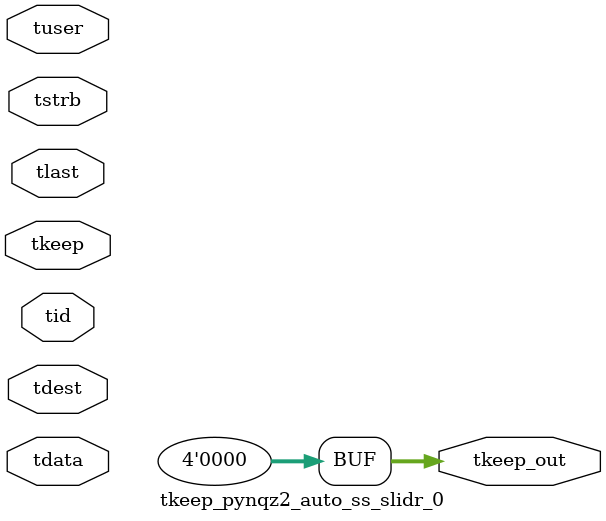
<source format=v>


`timescale 1ps/1ps

module tkeep_pynqz2_auto_ss_slidr_0 #
(
parameter C_S_AXIS_TDATA_WIDTH = 32,
parameter C_S_AXIS_TUSER_WIDTH = 0,
parameter C_S_AXIS_TID_WIDTH   = 0,
parameter C_S_AXIS_TDEST_WIDTH = 0,
parameter C_M_AXIS_TDATA_WIDTH = 32
)
(
input  [(C_S_AXIS_TDATA_WIDTH == 0 ? 1 : C_S_AXIS_TDATA_WIDTH)-1:0     ] tdata,
input  [(C_S_AXIS_TUSER_WIDTH == 0 ? 1 : C_S_AXIS_TUSER_WIDTH)-1:0     ] tuser,
input  [(C_S_AXIS_TID_WIDTH   == 0 ? 1 : C_S_AXIS_TID_WIDTH)-1:0       ] tid,
input  [(C_S_AXIS_TDEST_WIDTH == 0 ? 1 : C_S_AXIS_TDEST_WIDTH)-1:0     ] tdest,
input  [(C_S_AXIS_TDATA_WIDTH/8)-1:0 ] tkeep,
input  [(C_S_AXIS_TDATA_WIDTH/8)-1:0 ] tstrb,
input                                                                    tlast,
output [(C_M_AXIS_TDATA_WIDTH/8)-1:0 ] tkeep_out
);

assign tkeep_out = {1'b0};

endmodule


</source>
